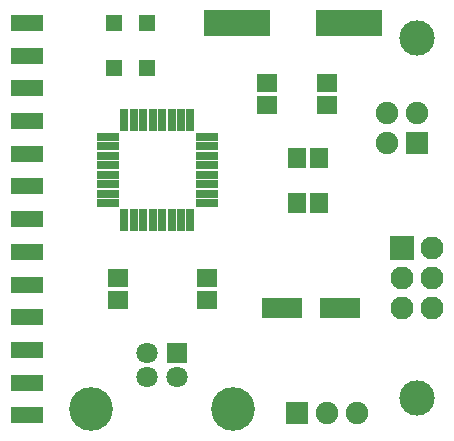
<source format=gbr>
G04 DipTrace 3.0.0.0*
G04 TopMask.gbr*
%MOMM*%
G04 #@! TF.FileFunction,Soldermask,Top*
G04 #@! TF.Part,Single*
%AMOUTLINE1*
4,1,4,
0.95,0.35,
0.95,-0.35,
-0.95,-0.35,
-0.95,0.35,
0.95,0.35,
0*%
%AMOUTLINE4*
4,1,4,
0.35,-0.95,
-0.35,-0.95,
-0.35,0.95,
0.35,0.95,
0.35,-0.95,
0*%
%AMOUTLINE7*
4,1,4,
-0.85,0.75,
0.85,0.75,
0.85,-0.75,
-0.85,-0.75,
-0.85,0.75,
0*%
%AMOUTLINE10*5,1,4,0,0,1.9799,-45.0*%
%AMOUTLINE13*5,1,4,0,0,2.75772,-225.0*%
%AMOUTLINE16*5,1,4,0,0,2.68701,-135.0*%
%AMOUTLINE19*
4,1,4,
0.85,-0.75,
-0.85,-0.75,
-0.85,0.75,
0.85,0.75,
0.85,-0.75,
0*%
%ADD31C,3.0*%
%ADD39R,5.7X2.2*%
%ADD41R,1.5X1.7*%
%ADD43R,1.9X1.9*%
%ADD45C,1.9*%
%ADD47C,1.95*%
%ADD49R,2.74X1.47*%
%ADD51C,3.7*%
%ADD53C,1.8*%
%ADD55R,1.8X1.8*%
%ADD57R,3.35X1.8*%
%ADD63OUTLINE1*%
%ADD66OUTLINE4*%
%ADD69OUTLINE7*%
%ADD72OUTLINE10*%
%ADD75OUTLINE13*%
%ADD78OUTLINE16*%
%ADD81OUTLINE19*%
%FSLAX35Y35*%
G04*
G71*
G90*
G75*
G01*
G04 TopMask*
%LPD*%
D63*
X2778000Y3159000D3*
Y3239000D3*
Y3319000D3*
Y3399000D3*
Y3479000D3*
Y3559000D3*
Y3639000D3*
Y3719000D3*
D66*
X2638000Y3859000D3*
X2558000D3*
X2478000D3*
X2398000D3*
X2318000D3*
X2238000D3*
X2158000D3*
X2078000D3*
D63*
X1938000Y3719000D3*
Y3639000D3*
Y3559000D3*
Y3479000D3*
Y3399000D3*
Y3319000D3*
Y3239000D3*
Y3159000D3*
D66*
X2078000Y3019000D3*
X2158000D3*
X2238000D3*
X2318000D3*
X2398000D3*
X2478000D3*
X2558000D3*
X2638000D3*
D57*
X3413000Y2270000D3*
X3903000D3*
D69*
X3286000Y4175000D3*
Y3985000D3*
X3794000Y4175000D3*
Y3985000D3*
D72*
X2270000Y4683000D3*
X1990000D3*
X2270000Y4302000D3*
X1990000D3*
D55*
X2524000Y1889000D3*
D53*
X2274000D3*
Y1689000D3*
X2524000D3*
D51*
X1797000Y1418000D3*
X3001000D3*
D49*
X1254000Y4683020D3*
Y4406160D3*
Y4129300D3*
Y3852440D3*
Y3575580D3*
Y3298720D3*
Y3021860D3*
Y2745000D3*
Y2468140D3*
Y2191280D3*
Y1914420D3*
Y1637560D3*
Y1360700D3*
D75*
X4429000Y2778000D3*
D47*
Y2524000D3*
Y2270000D3*
X4683000D3*
Y2524000D3*
Y2778000D3*
D78*
X4556000Y3667000D3*
D45*
X4302000D3*
X4556000Y3921000D3*
X4302000D3*
D43*
X3540000Y1381000D3*
D45*
X3794000D3*
X4048000D3*
D31*
X4556000Y4556000D3*
Y1508000D3*
D41*
X3540000Y3540000D3*
X3730000D3*
X3540000Y3159000D3*
X3730000D3*
D69*
X2778000Y2524000D3*
Y2334000D3*
D81*
X2021800Y2334300D3*
Y2524300D3*
D39*
X3032000Y4683000D3*
X3982000D3*
M02*

</source>
